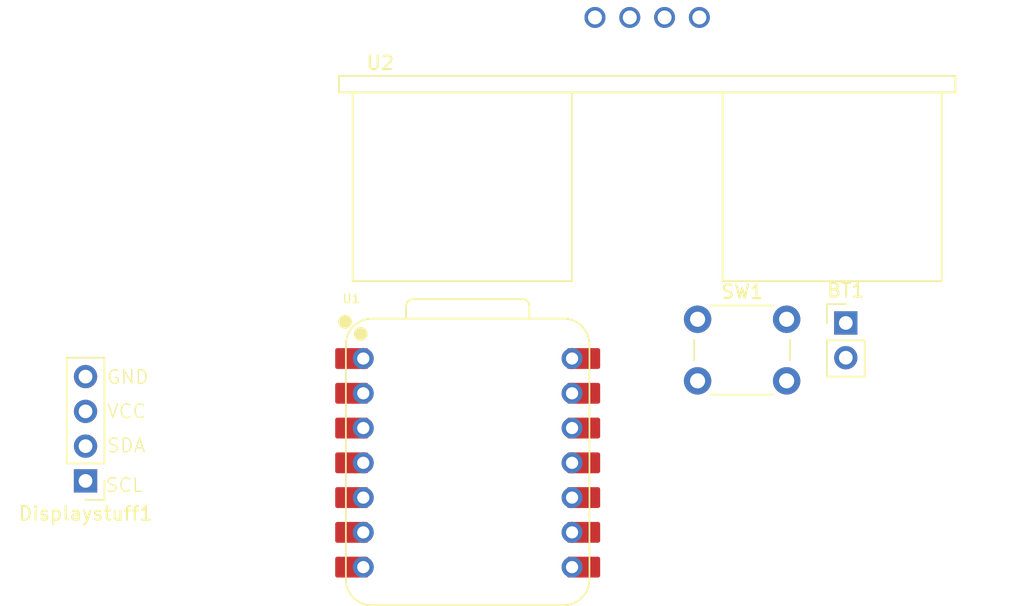
<source format=kicad_pcb>
(kicad_pcb (version 20241229) (generator "pcbnew") (generator_version "9.0")
  (layers (0 "F.Cu" signal) (2 "B.Cu" signal) (13 "F.Paste" user) (15 "B.Paste" user) (5 "F.SilkS" user "F.Silkscreen") (7 "B.SilkS" user "B.Silkscreen") (1 "F.Mask" user) (3 "B.Mask" user) (25 "Edge.Cuts" user))
  (net 0 "")
  (net 1 "Net-(BT1-+)")
  (net 2 "GND")
  (net 3 "SCL")
  (net 4 "powah")
  (net 5 "SDA")
  (net 8 "trig")
  (net 15 "echo")
  (footprint "Connector_PinHeader_2.54mm:PinHeader_1x04_P2.54mm_Vertical" (layer "F.Cu") (at 55 67 180)
    (property "Reference" "Displaystuff1" (at 0 -2.38 0) (layer "F.SilkS"))
    (property "Value" "Conn_01x04_Pin")
    (fp_line (start 1.38 1.27) (end 1.38 9) (stroke (width 0.12)) (layer "F.SilkS"))
    (fp_line (start -1.38 9) (end 1.38 9) (stroke (width 0.12)) (layer "F.SilkS"))
    (fp_line (start -1.38 1.27) (end 1.38 1.27) (stroke (width 0.12)) (layer "F.SilkS"))
    (fp_line (start -1.38 1.27) (end -1.38 9) (stroke (width 0.12)) (layer "F.SilkS"))
    (fp_line (start -1.38 0) (end -1.38 -1.38) (stroke (width 0.12)) (layer "F.SilkS"))
    (fp_line (start -1.38 -1.38) (end 0 -1.38) (stroke (width 0.12)) (layer "F.SilkS"))
    (pad "1" thru_hole rect (at 0 0 180) (size 1.7 1.7) (drill 1) (layers "*.Cu" "*.Mask") (net 3 "SCL"))
    (pad "2" thru_hole circle (at 0 2.54 180) (size 1.7 1.7) (drill 1) (layers "*.Cu" "*.Mask") (net 5 "SDA"))
    (pad "3" thru_hole circle (at 0 5.08 180) (size 1.7 1.7) (drill 1) (layers "*.Cu" "*.Mask") (net 4 "powah"))
    (pad "4" thru_hole circle (at 0 7.62 180) (size 1.7 1.7) (drill 1) (layers "*.Cu" "*.Mask") (net 2 "GND"))
  )
  (footprint "HC-SR04 FOOTPRINT:XCVR_HC-SR04" (layer "F.Cu") (at 96 33.14)
    (property "Reference" "U2" (at -19.48505 3.31671 0) (layer "F.SilkS") (effects (font (size 1.00052 1.00052))))
    (property "Value" "HC-SR04")
    (fp_line (start -22.5 4.27) (end 22.5 4.27) (stroke (width 0.127)) (layer "F.SilkS"))
    (fp_line (start -22.5 5.47) (end -22.5 4.27) (stroke (width 0.127)) (layer "F.SilkS"))
    (fp_line (start -21.5 5.47) (end -22.5 5.47) (stroke (width 0.127)) (layer "F.SilkS"))
    (fp_line (start -21.5 5.47) (end -21.5 19.27) (stroke (width 0.127)) (layer "F.SilkS"))
    (fp_line (start -21.5 19.27) (end -5.5 19.27) (stroke (width 0.127)) (layer "F.SilkS"))
    (fp_line (start -5.5 5.47) (end -21.5 5.47) (stroke (width 0.127)) (layer "F.SilkS"))
    (fp_line (start -5.5 5.47) (end -5.5 19.27) (stroke (width 0.127)) (layer "F.SilkS"))
    (fp_line (start 5.5 5.47) (end -5.5 5.47) (stroke (width 0.127)) (layer "F.SilkS"))
    (fp_line (start 5.5 5.47) (end 5.5 19.27) (stroke (width 0.127)) (layer "F.SilkS"))
    (fp_line (start 5.5 19.27) (end 21.5 19.27) (stroke (width 0.127)) (layer "F.SilkS"))
    (fp_line (start 21.5 5.47) (end 5.5 5.47) (stroke (width 0.127)) (layer "F.SilkS"))
    (fp_line (start 21.5 5.47) (end 21.5 19.27) (stroke (width 0.127)) (layer "F.SilkS"))
    (fp_line (start 22.5 4.27) (end 22.5 5.47) (stroke (width 0.127)) (layer "F.SilkS"))
    (fp_line (start 22.5 5.47) (end 21.5 5.47) (stroke (width 0.127)) (layer "F.SilkS"))
    (pad "1" thru_hole circle (at -3.81 0) (size 1.53 1.53) (drill 1.02) (layers "*.Cu" "*.Mask") (net 4 "powah"))
    (pad "2" thru_hole circle (at -1.27 0) (size 1.53 1.53) (drill 1.02) (layers "*.Cu" "*.Mask") (net 8 "trig"))
    (pad "3" thru_hole circle (at 1.27 0) (size 1.53 1.53) (drill 1.02) (layers "*.Cu" "*.Mask") (net 15 "echo"))
    (pad "4" thru_hole circle (at 3.81 0) (size 1.53 1.53) (drill 1.02) (layers "*.Cu" "*.Mask") (net 2 "GND"))
  )
  (footprint "footprints:XIAO-RP2040-DIP" (layer "F.Cu") (at 82.896 65.6795)
    (property "Reference" "U1" (at -8.5 -12 0) (layer "F.SilkS") (effects (font (size 0.635 0.635) (thickness 0.1016))))
    (property "Value" "XIAO-RP2040-DIP")
    (fp_line (start -8.89 8.509) (end -8.89 -8.636) (stroke (width 0.127)) (layer "F.SilkS"))
    (fp_line (start -6.985 10.414) (end 6.985 10.414) (stroke (width 0.127)) (layer "F.SilkS"))
    (fp_line (start -4.495 -10.541) (end -4.491272 -11.451272) (stroke (width 0.127)) (layer "F.SilkS"))
    (fp_line (start -3.991272 -11.951) (end 4.004 -11.951) (stroke (width 0.127)) (layer "F.SilkS"))
    (fp_line (start 4.504 -11.451) (end 4.504 -10.541) (stroke (width 0.127)) (layer "F.SilkS"))
    (fp_line (start 6.985 -10.541) (end -6.985 -10.541) (stroke (width 0.1)) (layer "F.SilkS"))
    (fp_line (start 6.985 -10.541) (end -6.985 -10.541) (stroke (width 0.127)) (layer "F.SilkS"))
    (fp_line (start 8.89 8.509) (end 8.89 -8.636) (stroke (width 0.127)) (layer "F.SilkS"))
    (fp_arc (start -8.89 -8.636) (mid -8.332038 -9.983038) (end -6.985 -10.541) (stroke (width 0.127)) (layer "F.SilkS"))
    (fp_arc (start -6.985 10.414) (mid -8.332038 9.856038) (end -8.89 8.509) (stroke (width 0.127)) (layer "F.SilkS"))
    (fp_arc (start -4.491272 -11.451272) (mid -4.344728 -11.80464) (end -3.991272 -11.951) (stroke (width 0.127)) (layer "F.SilkS"))
    (fp_arc (start 4.004 -11.951) (mid 4.357553 -11.804553) (end 4.504 -11.451) (stroke (width 0.127)) (layer "F.SilkS"))
    (fp_arc (start 6.985 -10.541) (mid 8.332038 -9.983038) (end 8.89 -8.636) (stroke (width 0.127)) (layer "F.SilkS"))
    (fp_arc (start 8.89 8.509) (mid 8.332038 9.856038) (end 6.985 10.414) (stroke (width 0.127)) (layer "F.SilkS"))
    (fp_circle (center -8.95 -10.3) (end -8.95 -10.554) (stroke (width 0.5)) (fill yes) (layer "F.SilkS"))
    (fp_circle (center -7.807 -9.42) (end -7.807 -9.674) (stroke (width 0.5)) (fill yes) (layer "F.SilkS"))
    (pad "1" smd roundrect (at -8.455 -7.62 180) (size 2.432 1.524) (layers "F.Cu" "F.Mask") (roundrect_rratio 0.1))
    (pad "1" thru_hole circle (at -7.62 -7.62 180) (size 1.524 1.524) (drill 0.889) (layers "*.Cu" "*.Mask"))
    (pad "2" smd roundrect (at -8.455 -5.08 180) (size 2.432 1.524) (layers "F.Cu" "F.Mask") (roundrect_rratio 0.1) (net 8 "trig"))
    (pad "2" thru_hole circle (at -7.62 -5.08 180) (size 1.524 1.524) (drill 0.889) (layers "*.Cu" "*.Mask") (net 8 "trig"))
    (pad "3" smd roundrect (at -8.455 -2.54 180) (size 2.432 1.524) (layers "F.Cu" "F.Mask") (roundrect_rratio 0.1) (net 15 "echo"))
    (pad "3" thru_hole circle (at -7.62 -2.54 180) (size 1.524 1.524) (drill 0.889) (layers "*.Cu" "*.Mask") (net 15 "echo"))
    (pad "4" smd roundrect (at -8.455 0 180) (size 2.432 1.524) (layers "F.Cu" "F.Mask") (roundrect_rratio 0.1))
    (pad "4" thru_hole circle (at -7.62 0 180) (size 1.524 1.524) (drill 0.889) (layers "*.Cu" "*.Mask"))
    (pad "5" smd roundrect (at -8.455 2.54 180) (size 2.432 1.524) (layers "F.Cu" "F.Mask") (roundrect_rratio 0.1) (net 5 "SDA"))
    (pad "5" thru_hole circle (at -7.62 2.54 180) (size 1.524 1.524) (drill 0.889) (layers "*.Cu" "*.Mask") (net 5 "SDA"))
    (pad "6" smd roundrect (at -8.455 5.08 180) (size 2.432 1.524) (layers "F.Cu" "F.Mask") (roundrect_rratio 0.1) (net 3 "SCL"))
    (pad "6" thru_hole circle (at -7.62 5.08 180) (size 1.524 1.524) (drill 0.889) (layers "*.Cu" "*.Mask") (net 3 "SCL"))
    (pad "7" smd roundrect (at -8.455 7.62 180) (size 2.432 1.524) (layers "F.Cu" "F.Mask") (roundrect_rratio 0.1))
    (pad "7" thru_hole circle (at -7.62 7.62 180) (size 1.524 1.524) (drill 0.889) (layers "*.Cu" "*.Mask"))
    (pad "8" thru_hole circle (at 7.62 7.62) (size 1.524 1.524) (drill 0.889) (layers "*.Cu" "*.Mask"))
    (pad "8" smd roundrect (at 8.455 7.62) (size 2.432 1.524) (layers "F.Cu" "F.Mask") (roundrect_rratio 0.1))
    (pad "9" thru_hole circle (at 7.62 5.08) (size 1.524 1.524) (drill 0.889) (layers "*.Cu" "*.Mask"))
    (pad "9" smd roundrect (at 8.455 5.08) (size 2.432 1.524) (layers "F.Cu" "F.Mask") (roundrect_rratio 0.1))
    (pad "10" thru_hole circle (at 7.62 2.54) (size 1.524 1.524) (drill 0.889) (layers "*.Cu" "*.Mask"))
    (pad "10" smd roundrect (at 8.455 2.54) (size 2.432 1.524) (layers "F.Cu" "F.Mask") (roundrect_rratio 0.1))
    (pad "11" thru_hole circle (at 7.62 0) (size 1.524 1.524) (drill 0.889) (layers "*.Cu" "*.Mask"))
    (pad "11" smd roundrect (at 8.455 0) (size 2.432 1.524) (layers "F.Cu" "F.Mask") (roundrect_rratio 0.1))
    (pad "12" thru_hole circle (at 7.62 -2.54) (size 1.524 1.524) (drill 0.889) (layers "*.Cu" "*.Mask"))
    (pad "12" smd roundrect (at 8.455 -2.54) (size 2.432 1.524) (layers "F.Cu" "F.Mask") (roundrect_rratio 0.1))
    (pad "13" thru_hole circle (at 7.62 -5.08) (size 1.524 1.524) (drill 0.889) (layers "*.Cu" "*.Mask") (net 2 "GND"))
    (pad "13" smd roundrect (at 8.455 -5.08) (size 2.432 1.524) (layers "F.Cu" "F.Mask") (roundrect_rratio 0.1) (net 2 "GND"))
    (pad "14" thru_hole circle (at 7.62 -7.62) (size 1.524 1.524) (drill 0.889) (layers "*.Cu" "*.Mask") (net 4 "powah"))
    (pad "14" smd roundrect (at 8.455 -7.62) (size 2.432 1.524) (layers "F.Cu" "F.Mask") (roundrect_rratio 0.1) (net 4 "powah"))
  )
  (footprint "Connector_PinHeader_2.54mm:PinHeader_1x02_P2.54mm_Vertical" (layer "F.Cu") (at 110.5 55.46)
    (property "Reference" "BT1" (at 0 -2.38 0) (layer "F.SilkS"))
    (property "Value" "Battery")
    (fp_line (start -1.38 -1.38) (end 0 -1.38) (stroke (width 0.12)) (layer "F.SilkS"))
    (fp_line (start -1.38 0) (end -1.38 -1.38) (stroke (width 0.12)) (layer "F.SilkS"))
    (fp_line (start -1.38 1.27) (end -1.38 3.92) (stroke (width 0.12)) (layer "F.SilkS"))
    (fp_line (start -1.38 1.27) (end 1.38 1.27) (stroke (width 0.12)) (layer "F.SilkS"))
    (fp_line (start -1.38 3.92) (end 1.38 3.92) (stroke (width 0.12)) (layer "F.SilkS"))
    (fp_line (start 1.38 1.27) (end 1.38 3.92) (stroke (width 0.12)) (layer "F.SilkS"))
    (pad "1" thru_hole rect (at 0 0) (size 1.7 1.7) (drill 1) (layers "*.Cu" "*.Mask") (net 1 "Net-(BT1-+)"))
    (pad "2" thru_hole circle (at 0 2.54) (size 1.7 1.7) (drill 1) (layers "*.Cu" "*.Mask") (net 2 "GND"))
  )
  (footprint "Button_Switch_THT:SW_PUSH_6mm" (layer "F.Cu") (at 99.68 55.19)
    (property "Reference" "SW1" (at 3.25 -2 0) (layer "F.SilkS"))
    (property "Value" "SW_Push")
    (fp_line (start -0.25 1.5) (end -0.25 3) (stroke (width 0.12)) (layer "F.SilkS"))
    (fp_line (start 1 5.5) (end 5.5 5.5) (stroke (width 0.12)) (layer "F.SilkS"))
    (fp_line (start 5.5 -1) (end 1 -1) (stroke (width 0.12)) (layer "F.SilkS"))
    (fp_line (start 6.75 3) (end 6.75 1.5) (stroke (width 0.12)) (layer "F.SilkS"))
    (pad "1" thru_hole circle (at 0 0 90) (size 2 2) (drill 1.1) (layers "*.Cu" "*.Mask") (net 1 "Net-(BT1-+)"))
    (pad "1" thru_hole circle (at 6.5 0 90) (size 2 2) (drill 1.1) (layers "*.Cu" "*.Mask") (net 1 "Net-(BT1-+)"))
    (pad "2" thru_hole circle (at 0 4.5 90) (size 2 2) (drill 1.1) (layers "*.Cu" "*.Mask") (net 4 "powah"))
    (pad "2" thru_hole circle (at 6.5 4.5 90) (size 2 2) (drill 1.1) (layers "*.Cu" "*.Mask") (net 4 "powah"))
  )
  (gr_text "GND" (at 56.5 60 0) (layer "F.SilkS") (effects (font (size 1 1) (thickness 0.1)) (justify left bottom)))
  (gr_text "SCL\n\n" (at 56.38 69.5 0) (layer "F.SilkS") (effects (font (size 1 1) (thickness 0.1)) (justify left bottom)))
  (gr_text "SDA\n" (at 56.5 65 0) (layer "F.SilkS") (effects (font (size 1 1) (thickness 0.1)) (justify left bottom)))
  (gr_text "VCC\n" (at 56.5 62.5 0) (layer "F.SilkS") (effects (font (size 1 1) (thickness 0.1)) (justify left bottom)))
)
</source>
